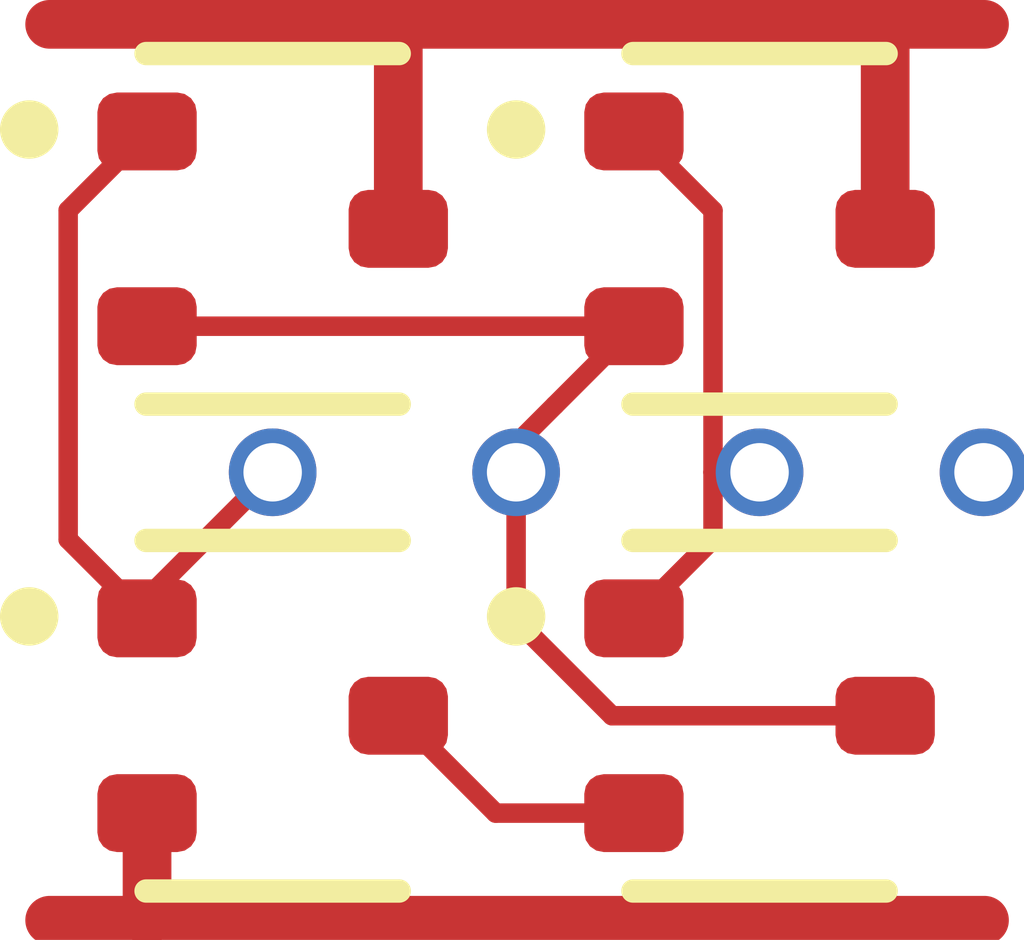
<source format=kicad_pcb>
(kicad_pcb (version 20241229) (generator "pcbnew") (generator_version "9.0")
  (layers (0 "F.Cu" signal) (2 "B.Cu" signal) (13 "F.Paste" user) (15 "B.Paste" user) (5 "F.SilkS" user "F.Silkscreen") (7 "B.SilkS" user "B.Silkscreen") (1 "F.Mask" user) (3 "B.Mask" user) (25 "Edge.Cuts" user))
  (net 0 "")
  (net 1 "Y")
  (net 2 "GND")
  (net 3 "A")
  (net 4 "VDD")
  (net 5 "Net-(Q3-D)")
  (net 6 "B")
  (footprint "Package_TO_SOT_SMD:SOT-523" (layer "F.Cu") (at 3.645 3.55)
    (property "Reference" "Q4" (hide yes))
    (property "Value" "Q_NJFET_GSD" (hide yes))
    (fp_line (start 0.65 -0.9) (end -0.65 -0.9) (stroke (width 0.12)) (layer "F.SilkS"))
    (fp_line (start 0.65 0.9) (end -0.65 0.9) (stroke (width 0.12)) (layer "F.SilkS"))
    (fp_circle (center -1.25 -0.51) (end -1.1 -0.51) (fill yes) (layer "F.SilkS"))
    (pad "1" smd roundrect (at -0.645 -0.5 180) (size 0.51 0.4) (layers "F.Cu" "F.Mask" "F.Paste") (net 6 "B"))
    (pad "2" smd roundrect (at -0.645 0.5 180) (size 0.51 0.4) (layers "F.Cu" "F.Mask" "F.Paste") (net 5 "Net-(Q3-D)"))
    (pad "3" smd roundrect (at 0.645 0 180) (size 0.51 0.4) (layers "F.Cu" "F.Mask" "F.Paste") (net 1 "Y"))
  )
  (footprint "Package_TO_SOT_SMD:SOT-523" (layer "F.Cu") (at 3.645 1.05)
    (property "Reference" "Q5" (hide yes))
    (property "Value" "Q_PJFET_GSD" (hide yes))
    (fp_line (start 0.65 -0.9) (end -0.65 -0.9) (stroke (width 0.12)) (layer "F.SilkS"))
    (fp_line (start 0.65 0.9) (end -0.65 0.9) (stroke (width 0.12)) (layer "F.SilkS"))
    (fp_circle (center -1.25 -0.51) (end -1.1 -0.51) (fill yes) (layer "F.SilkS"))
    (pad "1" smd roundrect (at -0.645 -0.5 180) (size 0.51 0.4) (layers "F.Cu" "F.Mask" "F.Paste") (net 6 "B"))
    (pad "2" smd roundrect (at -0.645 0.5 180) (size 0.51 0.4) (layers "F.Cu" "F.Mask" "F.Paste") (net 1 "Y"))
    (pad "3" smd roundrect (at 0.645 0 180) (size 0.51 0.4) (layers "F.Cu" "F.Mask" "F.Paste") (net 4 "VDD"))
  )
  (footprint "Package_TO_SOT_SMD:SOT-523" (layer "F.Cu") (at 1.145 3.55)
    (property "Reference" "Q3" (hide yes))
    (property "Value" "Q_NJFET_GSD" (hide yes))
    (fp_line (start 0.65 -0.9) (end -0.65 -0.9) (stroke (width 0.12)) (layer "F.SilkS"))
    (fp_line (start 0.65 0.9) (end -0.65 0.9) (stroke (width 0.12)) (layer "F.SilkS"))
    (fp_circle (center -1.25 -0.51) (end -1.1 -0.51) (fill yes) (layer "F.SilkS"))
    (pad "1" smd roundrect (at -0.645 -0.5 180) (size 0.51 0.4) (layers "F.Cu" "F.Mask" "F.Paste") (net 3 "A"))
    (pad "2" smd roundrect (at -0.645 0.5 180) (size 0.51 0.4) (layers "F.Cu" "F.Mask" "F.Paste") (net 2 "GND"))
    (pad "3" smd roundrect (at 0.645 0 180) (size 0.51 0.4) (layers "F.Cu" "F.Mask" "F.Paste") (net 5 "Net-(Q3-D)"))
  )
  (footprint "Package_TO_SOT_SMD:SOT-523" (layer "F.Cu") (at 1.145 1.05)
    (property "Reference" "Q6" (hide yes))
    (property "Value" "Q_PJFET_GSD" (hide yes))
    (fp_line (start 0.65 -0.9) (end -0.65 -0.9) (stroke (width 0.12)) (layer "F.SilkS"))
    (fp_line (start 0.65 0.9) (end -0.65 0.9) (stroke (width 0.12)) (layer "F.SilkS"))
    (fp_circle (center -1.25 -0.51) (end -1.1 -0.51) (fill yes) (layer "F.SilkS"))
    (pad "1" smd roundrect (at -0.645 -0.5 180) (size 0.51 0.4) (layers "F.Cu" "F.Mask" "F.Paste") (net 3 "A"))
    (pad "2" smd roundrect (at -0.645 0.5 180) (size 0.51 0.4) (layers "F.Cu" "F.Mask" "F.Paste") (net 1 "Y"))
    (pad "3" smd roundrect (at 0.645 0 180) (size 0.51 0.4) (layers "F.Cu" "F.Mask" "F.Paste") (net 4 "VDD"))
  )
  (via (at 4.795 2.3) (size 0.45) (drill 0.3) (layers "F.Cu" "B.Cu") (net 0))
  (segment (start 2.395 3.057738) (end 2.887262 3.55) (width 0.1) (layer "F.Cu") (net 1))
  (segment (start 0.5 1.55) (end 3 1.55) (width 0.1) (layer "F.Cu") (net 1))
  (segment (start 3 1.55) (end 2.594 1.956) (width 0.1) (layer "F.Cu") (net 1))
  (segment (start 2.887262 3.55) (end 4.29 3.55) (width 0.1) (layer "F.Cu") (net 1))
  (segment (start 2.594 1.956) (end 2.395 2.155) (width 0.1) (layer "F.Cu") (net 1))
  (segment (start 2.395 2.155) (end 2.395 3.057738) (width 0.1) (layer "F.Cu") (net 1))
  (via (at 2.395 2.3) (size 0.45) (drill 0.3) (layers "F.Cu" "B.Cu") (net 1))
  (segment (start 0.5 4.6) (end 0 4.6) (width 0.25) (layer "F.Cu") (net 2))
  (segment (start 0.5 4.05) (end 0.5 4.6) (width 0.25) (layer "F.Cu") (net 2))
  (segment (start 0.5 4.6) (end 4.8 4.6) (width 0.25) (layer "F.Cu") (net 2))
  (segment (start 0.095 2.645) (end 0.5 3.05) (width 0.1) (layer "F.Cu") (net 3))
  (segment (start 0.095 0.955) (end 0.095 2.645) (width 0.1) (layer "F.Cu") (net 3))
  (segment (start 0.5 2.945) (end 1.145 2.3) (width 0.1) (layer "F.Cu") (net 3))
  (segment (start 0.5 3.05) (end 0.5 2.945) (width 0.1) (layer "F.Cu") (net 3))
  (segment (start 0.5 0.55) (end 0.095 0.955) (width 0.1) (layer "F.Cu") (net 3))
  (via (at 1.145 2.3) (size 0.45) (drill 0.3) (layers "F.Cu" "B.Cu") (net 3))
  (segment (start 1.79 0.955) (end 1.795 0.95) (width 0.1) (layer "F.Cu") (net 4))
  (segment (start 1.79 1.05) (end 1.79 0.955) (width 0.1) (layer "F.Cu") (net 4))
  (segment (start 4.29 0.954998) (end 4.295 0.949998) (width 0.1) (layer "F.Cu") (net 4))
  (segment (start 4.29 0.01) (end 4.3 0) (width 0.25) (layer "F.Cu") (net 4))
  (segment (start 4.3 0) (end 4.8 0) (width 0.25) (layer "F.Cu") (net 4))
  (segment (start 1.79 1.05) (end 1.79 0.01) (width 0.25) (layer "F.Cu") (net 4))
  (segment (start 1.8 0) (end 4.3 0) (width 0.25) (layer "F.Cu") (net 4))
  (segment (start 4.29 1.05) (end 4.29 0.01) (width 0.25) (layer "F.Cu") (net 4))
  (segment (start 4.29 1.05) (end 4.29 0.954998) (width 0.1) (layer "F.Cu") (net 4))
  (segment (start 1.8 0) (end 0 0) (width 0.25) (layer "F.Cu") (net 4))
  (segment (start 3 4.05) (end 2.29 4.05) (width 0.1) (layer "F.Cu") (net 5))
  (segment (start 2.29 4.05) (end 1.79 3.55) (width 0.1) (layer "F.Cu") (net 5))
  (segment (start 3.406 2.644) (end 3 3.05) (width 0.1) (layer "F.Cu") (net 6))
  (segment (start 3.406 0.956) (end 3.406 2.3) (width 0.1) (layer "F.Cu") (net 6))
  (segment (start 3.406 2.3) (end 3.406 2.644) (width 0.1) (layer "F.Cu") (net 6))
  (segment (start 3.406 2.3) (end 3.645 2.3) (width 0.1) (layer "F.Cu") (net 6))
  (segment (start 3 0.55) (end 3.406 0.956) (width 0.1) (layer "F.Cu") (net 6))
  (via (at 3.645 2.3) (size 0.45) (drill 0.3) (layers "F.Cu" "B.Cu") (net 6))
)
</source>
